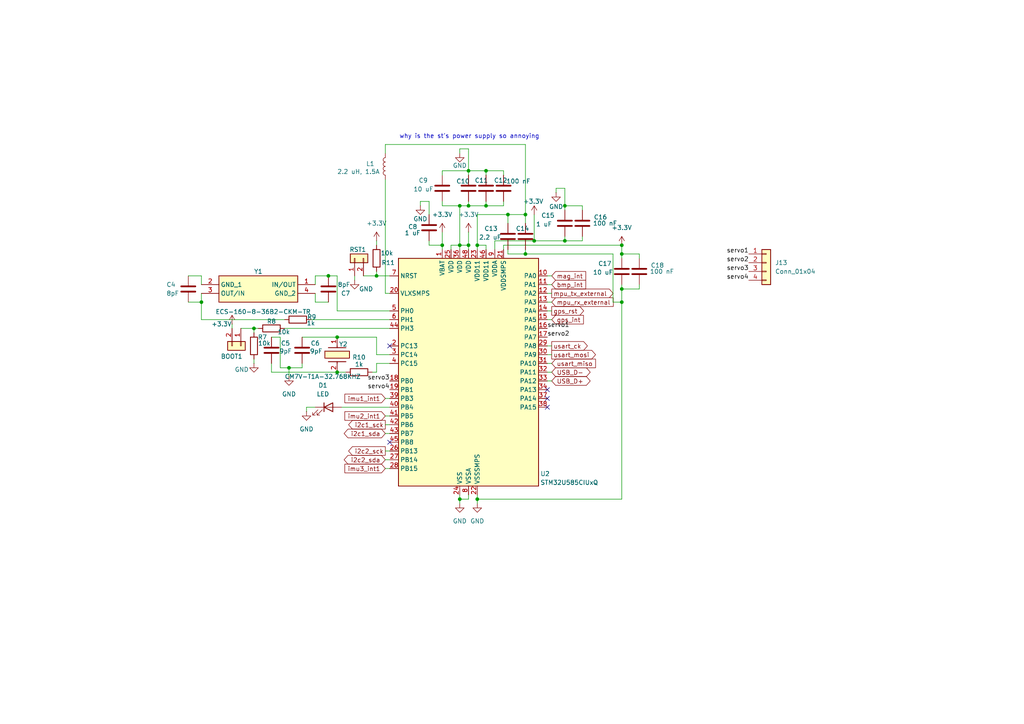
<source format=kicad_sch>
(kicad_sch (version 20250114) (generator "eeschema") (generator_version "9.0")
  (paper "A4")
  (lib_symbols
    (symbol "CM7V-T1A-32_768KHZ-9PF-10PPM-T:CM7V-T1A-32.768KHZ-9PF-10PPM-TA-QC" (pin_names (hide yes))
      (property "Reference" "Y" (at 8.89 6.35 0))
      (property "Value" "CM7V-T1A-32.768KHZ-9PF-10PPM-TA-QC" (at 8.89 3.81 0))
      (symbol "CM7V-T1A-32.768KHZ-9PF-10PPM-TA-QC_1_1"
        (polyline (pts (xy 3.048 2.54) (xy 3.048 -2.54)) (stroke (width 0.254)))
        (polyline (pts (xy 3.048 0) (xy 2.54 0)) (stroke (width 0.254)))
        (rectangle (start 4.064 3.556) (end 6.096 -3.556) (stroke (width 0.254)) (fill (type background)))
        (polyline (pts (xy 7.112 2.54) (xy 7.112 -2.54)) (stroke (width 0.254)))
        (polyline (pts (xy 7.112 0) (xy 7.62 0)) (stroke (width 0.254)))
        (pin passive line (at 0 0 0) (length 2.54) (name "1") (number "1"))
        (pin passive line (at 10.16 0 180) (length 2.54) (name "2") (number "2"))
      )
    )
    (symbol "Connector_Generic:Conn_01x02" (pin_names (offset 1.016) (hide yes))
      (property "Reference" "J" (at 0 2.54 0))
      (property "Value" "Conn_01x02" (at 0 -5.08 0))
      (symbol "Conn_01x02_1_1"
        (rectangle (start -1.27 1.27) (end 1.27 -3.81) (stroke (width 0.254)) (fill (type background)))
        (rectangle (start -1.27 0.127) (end 0 -0.127) (stroke (width 0.1524)))
        (rectangle (start -1.27 -2.413) (end 0 -2.667) (stroke (width 0.1524)))
        (pin passive line (at -5.08 0 0) (length 3.81) (name "Pin_1") (number "1"))
        (pin passive line (at -5.08 -2.54 0) (length 3.81) (name "Pin_2") (number "2"))
      )
    )
    (symbol "Connector_Generic:Conn_01x04" (pin_names (offset 1.016) (hide yes))
      (property "Reference" "J" (at 0 5.08 0))
      (property "Value" "Conn_01x04" (at 0 -7.62 0))
      (symbol "Conn_01x04_1_1"
        (rectangle (start -1.27 3.81) (end 1.27 -6.35) (stroke (width 0.254)) (fill (type background)))
        (rectangle (start -1.27 2.667) (end 0 2.413) (stroke (width 0.1524)))
        (rectangle (start -1.27 0.127) (end 0 -0.127) (stroke (width 0.1524)))
        (rectangle (start -1.27 -2.413) (end 0 -2.667) (stroke (width 0.1524)))
        (rectangle (start -1.27 -4.953) (end 0 -5.207) (stroke (width 0.1524)))
        (pin passive line (at -5.08 2.54 0) (length 3.81) (name "Pin_1") (number "1"))
        (pin passive line (at -5.08 0 0) (length 3.81) (name "Pin_2") (number "2"))
        (pin passive line (at -5.08 -2.54 0) (length 3.81) (name "Pin_3") (number "3"))
        (pin passive line (at -5.08 -5.08 0) (length 3.81) (name "Pin_4") (number "4"))
      )
    )
    (symbol "Device:C" (pin_numbers (hide yes)) (pin_names (offset 0.254))
      (property "Reference" "C" (at 0.635 2.54 0))
      (property "Value" "C" (at 0.635 -2.54 0))
      (symbol "C_0_1"
        (polyline (pts (xy -2.032 0.762) (xy 2.032 0.762)) (stroke (width 0.508)))
        (polyline (pts (xy -2.032 -0.762) (xy 2.032 -0.762)) (stroke (width 0.508)))
      )
      (symbol "C_1_1"
        (pin passive line (at 0 3.81 270) (length 2.794) (name "~") (number "1"))
        (pin passive line (at 0 -3.81 90) (length 2.794) (name "~") (number "2"))
      )
    )
    (symbol "Device:L" (pin_numbers (hide yes)) (pin_names (offset 1.016) (hide yes))
      (property "Reference" "L" (at -1.27 0 90))
      (property "Value" "L" (at 1.905 0 90))
      (symbol "L_0_1"
        (arc (start 0 2.54) (mid 0.6323 1.905) (end 0 1.27))
        (arc (start 0 1.27) (mid 0.6323 0.635) (end 0 0))
        (arc (start 0 0) (mid 0.6323 -0.635) (end 0 -1.27))
        (arc (start 0 -1.27) (mid 0.6323 -1.905) (end 0 -2.54))
      )
      (symbol "L_1_1"
        (pin passive line (at 0 3.81 270) (length 1.27) (name "1") (number "1"))
        (pin passive line (at 0 -3.81 90) (length 1.27) (name "2") (number "2"))
      )
    )
    (symbol "Device:LED" (pin_numbers (hide yes)) (pin_names (offset 1.016) (hide yes))
      (property "Reference" "D" (at 0 2.54 0))
      (property "Value" "LED" (at 0 -2.54 0))
      (symbol "LED_0_1"
        (polyline (pts (xy -3.048 -0.762) (xy -4.572 -2.286) (xy -3.81 -2.286) (xy -4.572 -2.286) (xy -4.572 -1.524)))
        (polyline (pts (xy -1.778 -0.762) (xy -3.302 -2.286) (xy -2.54 -2.286) (xy -3.302 -2.286) (xy -3.302 -1.524)))
        (polyline (pts (xy -1.27 0) (xy 1.27 0)))
        (polyline (pts (xy -1.27 -1.27) (xy -1.27 1.27)) (stroke (width 0.254)))
        (polyline (pts (xy 1.27 -1.27) (xy 1.27 1.27) (xy -1.27 0) (xy 1.27 -1.27)) (stroke (width 0.254)))
      )
      (symbol "LED_1_1"
        (pin passive line (at -3.81 0 0) (length 2.54) (name "K") (number "1"))
        (pin passive line (at 3.81 0 180) (length 2.54) (name "A") (number "2"))
      )
    )
    (symbol "Device:R" (pin_numbers (hide yes)) (pin_names (offset 0))
      (property "Reference" "R" (at 2.032 0 90))
      (property "Value" "R" (at 0 0 90))
      (symbol "R_0_1"
        (rectangle (start -1.016 -2.54) (end 1.016 2.54) (stroke (width 0.254)))
      )
      (symbol "R_1_1"
        (pin passive line (at 0 3.81 270) (length 1.27) (name "~") (number "1"))
        (pin passive line (at 0 -3.81 90) (length 1.27) (name "~") (number "2"))
      )
    )
    (symbol "ECS-160-8-36B2-CKM-TR:ECS-160-8-36B2-CKM-TR"
      (property "Reference" "Y" (at 29.21 7.62 0))
      (property "Value" "ECS-160-8-36B2-CKM-TR" (at 29.21 5.08 0))
      (symbol "ECS-160-8-36B2-CKM-TR_1_1"
        (rectangle (start 5.08 2.54) (end 27.94 -5.08) (stroke (width 0.254)) (fill (type background)))
        (pin passive line (at 0 0 0) (length 5.08) (name "GND_2") (number "4"))
        (pin passive line (at 0 -2.54 0) (length 5.08) (name "IN/OUT") (number "1"))
        (pin passive line (at 33.02 0 180) (length 5.08) (name "OUT/IN") (number "3"))
        (pin passive line (at 33.02 -2.54 180) (length 5.08) (name "GND_1") (number "2"))
      )
    )
    (symbol "MCU_ST_STM32U5:STM32U585CIUxQ"
      (property "Reference" "U" (at -20.32 34.29 0))
      (property "Value" "STM32U585CIUxQ" (at 12.7 34.29 0))
      (symbol "STM32U585CIUxQ_0_1"
        (rectangle (start -20.32 -33.02) (end 20.32 33.02) (stroke (width 0.254)) (fill (type background)))
      )
      (symbol "STM32U585CIUxQ_1_1"
        (pin input line (at -22.86 27.94 0) (length 2.54) (name "NRST") (number "7"))
        (pin power_in line (at -22.86 22.86 0) (length 2.54) (name "VLXSMPS") (number "20"))
        (pin bidirectional line (at -22.86 17.78 0) (length 2.54) (name "PH0") (number "5"))
        (pin bidirectional line (at -22.86 15.24 0) (length 2.54) (name "PH1") (number "6"))
        (pin bidirectional line (at -22.86 12.7 0) (length 2.54) (name "PH3") (number "44"))
        (pin bidirectional line (at -22.86 7.62 0) (length 2.54) (name "PC13") (number "2"))
        (pin bidirectional line (at -22.86 5.08 0) (length 2.54) (name "PC14") (number "3"))
        (pin bidirectional line (at -22.86 2.54 0) (length 2.54) (name "PC15") (number "4"))
        (pin bidirectional line (at -22.86 -2.54 0) (length 2.54) (name "PB0") (number "18"))
        (pin bidirectional line (at -22.86 -5.08 0) (length 2.54) (name "PB1") (number "19"))
        (pin bidirectional line (at -22.86 -7.62 0) (length 2.54) (name "PB3") (number "39"))
        (pin bidirectional line (at -22.86 -10.16 0) (length 2.54) (name "PB4") (number "40"))
        (pin bidirectional line (at -22.86 -12.7 0) (length 2.54) (name "PB5") (number "41"))
        (pin bidirectional line (at -22.86 -15.24 0) (length 2.54) (name "PB6") (number "42"))
        (pin bidirectional line (at -22.86 -17.78 0) (length 2.54) (name "PB7") (number "43"))
        (pin bidirectional line (at -22.86 -20.32 0) (length 2.54) (name "PB8") (number "45"))
        (pin bidirectional line (at -22.86 -22.86 0) (length 2.54) (name "PB13") (number "26"))
        (pin bidirectional line (at -22.86 -25.4 0) (length 2.54) (name "PB14") (number "27"))
        (pin bidirectional line (at -22.86 -27.94 0) (length 2.54) (name "PB15") (number "28"))
        (pin power_in line (at -7.62 35.56 270) (length 2.54) (name "VBAT") (number "1"))
        (pin power_in line (at -5.08 35.56 270) (length 2.54) (name "VDD") (number "25"))
        (pin power_in line (at -2.54 35.56 270) (length 2.54) (name "VDD") (number "36"))
        (pin power_in line (at -2.54 -35.56 90) (length 2.54) (name "VSS") (number "24"))
        (pin passive line (at -2.54 -35.56 90) (length 2.54) (hide yes) (name "VSS") (number "35"))
        (pin passive line (at -2.54 -35.56 90) (length 2.54) (hide yes) (name "VSS") (number "47"))
        (pin passive line (at -2.54 -35.56 90) (length 2.54) (hide yes) (name "VSS") (number "49"))
        (pin power_in line (at 0 35.56 270) (length 2.54) (name "VDD") (number "48"))
        (pin power_in line (at 0 -35.56 90) (length 2.54) (name "VSSA") (number "8"))
        (pin power_in line (at 2.54 35.56 270) (length 2.54) (name "VDD11") (number "23"))
        (pin power_in line (at 2.54 -35.56 90) (length 2.54) (name "VSSSMPS") (number "22"))
        (pin power_in line (at 5.08 35.56 270) (length 2.54) (name "VDD11") (number "46"))
        (pin power_in line (at 7.62 35.56 270) (length 2.54) (name "VDDA") (number "9"))
        (pin power_in line (at 10.16 35.56 270) (length 2.54) (name "VDDSMPS") (number "21"))
        (pin bidirectional line (at 22.86 27.94 180) (length 2.54) (name "PA0") (number "10"))
        (pin bidirectional line (at 22.86 25.4 180) (length 2.54) (name "PA1") (number "11"))
        (pin bidirectional line (at 22.86 22.86 180) (length 2.54) (name "PA2") (number "12"))
        (pin bidirectional line (at 22.86 20.32 180) (length 2.54) (name "PA3") (number "13"))
        (pin bidirectional line (at 22.86 17.78 180) (length 2.54) (name "PA4") (number "14"))
        (pin bidirectional line (at 22.86 15.24 180) (length 2.54) (name "PA5") (number "15"))
        (pin bidirectional line (at 22.86 12.7 180) (length 2.54) (name "PA6") (number "16"))
        (pin bidirectional line (at 22.86 10.16 180) (length 2.54) (name "PA7") (number "17"))
        (pin bidirectional line (at 22.86 7.62 180) (length 2.54) (name "PA8") (number "29"))
        (pin bidirectional line (at 22.86 5.08 180) (length 2.54) (name "PA9") (number "30"))
        (pin bidirectional line (at 22.86 2.54 180) (length 2.54) (name "PA10") (number "31"))
        (pin bidirectional line (at 22.86 0 180) (length 2.54) (name "PA11") (number "32"))
        (pin bidirectional line (at 22.86 -2.54 180) (length 2.54) (name "PA12") (number "33"))
        (pin bidirectional line (at 22.86 -5.08 180) (length 2.54) (name "PA13") (number "34"))
        (pin bidirectional line (at 22.86 -7.62 180) (length 2.54) (name "PA14") (number "37"))
        (pin bidirectional line (at 22.86 -10.16 180) (length 2.54) (name "PA15") (number "38"))
      )
    )
    (symbol "power:+3.3V" (power) (pin_numbers (hide yes)) (pin_names (offset 0) (hide yes))
      (property "Value" "+3.3V" (at 0 3.556 0))
      (symbol "+3.3V_0_1"
        (polyline (pts (xy -0.762 1.27) (xy 0 2.54)))
        (polyline (pts (xy 0 2.54) (xy 0.762 1.27)))
        (polyline (pts (xy 0 0) (xy 0 2.54)))
      )
      (symbol "+3.3V_1_1"
        (pin power_in line (at 0 0 90) (length 0) (name "~") (number "1"))
      )
    )
    (symbol "power:GND" (power) (pin_numbers (hide yes)) (pin_names (offset 0) (hide yes))
      (property "Value" "GND" (at 0 -3.81 0))
      (symbol "GND_0_1"
        (polyline (pts (xy 0 0) (xy 0 -1.27) (xy 1.27 -1.27) (xy 0 -2.54) (xy -1.27 -1.27) (xy 0 -1.27)))
      )
      (symbol "GND_1_1"
        (pin power_in line (at 0 0 270) (length 0) (name "~") (number "1"))
      )
    )
  )
  (text "why is the st's power supply so annoying" (at 136.144 39.624 0) (effects (font (size 1.27 1.27))))
  (junction (at 140.97 49.53))
  (junction (at 97.79 107.95))
  (junction (at 135.89 59.69))
  (junction (at 133.35 59.69))
  (junction (at 163.83 59.69))
  (junction (at 154.94 69.85))
  (junction (at 97.79 97.79))
  (junction (at 135.89 71.12))
  (junction (at 138.43 71.12))
  (junction (at 73.66 95.25))
  (junction (at 180.34 87.63))
  (junction (at 180.34 73.66))
  (junction (at 109.22 80.01))
  (junction (at 138.43 144.78))
  (junction (at 147.32 62.23))
  (junction (at 128.27 71.12))
  (junction (at 58.42 87.63))
  (junction (at 83.82 106.68))
  (junction (at 133.35 71.12))
  (junction (at 95.25 80.01))
  (junction (at 140.97 59.69))
  (junction (at 180.34 83.82))
  (junction (at 135.89 49.53))
  (junction (at 180.34 71.12))
  (junction (at 133.35 144.78))
  (junction (at 163.83 69.85))
  (junction (at 152.4 73.66))
  (junction (at 152.4 62.23))
  (no_connect (at 158.75 113.03))
  (no_connect (at 158.75 118.11))
  (no_connect (at 158.75 115.57))
  (no_connect (at 113.03 128.27))
  (no_connect (at 113.03 100.33))
  (wire (pts (xy 58.42 80.01) (xy 58.42 82.55)))
  (wire (pts (xy 111.76 115.57) (xy 113.03 115.57)))
  (wire (pts (xy 124.46 69.85) (xy 124.46 71.12)))
  (wire (pts (xy 58.42 92.71) (xy 82.55 92.71)))
  (wire (pts (xy 109.22 69.85) (xy 109.22 71.12)))
  (wire (pts (xy 111.76 120.65) (xy 113.03 120.65)))
  (wire (pts (xy 90.17 92.71) (xy 113.03 92.71)))
  (wire (pts (xy 140.97 49.53) (xy 146.05 49.53)))
  (wire (pts (xy 78.74 107.95) (xy 97.79 107.95)))
  (wire (pts (xy 138.43 143.51) (xy 138.43 144.78)))
  (wire (pts (xy 83.82 106.68) (xy 87.63 106.68)))
  (wire (pts (xy 111.76 44.45) (xy 111.76 41.91)))
  (wire (pts (xy 88.9 119.38) (xy 88.9 118.11)))
  (wire (pts (xy 163.83 69.85) (xy 168.91 69.85)))
  (wire (pts (xy 135.89 59.69) (xy 135.89 58.42)))
  (wire (pts (xy 87.63 97.79) (xy 97.79 97.79)))
  (wire (pts (xy 152.4 73.66) (xy 152.4 72.39)))
  (wire (pts (xy 185.42 74.93) (xy 185.42 73.66)))
  (wire (pts (xy 146.05 71.12) (xy 146.05 72.39)))
  (wire (pts (xy 121.92 59.69) (xy 121.92 58.42)))
  (wire (pts (xy 111.76 123.19) (xy 113.03 123.19)))
  (wire (pts (xy 109.22 97.79) (xy 109.22 102.87)))
  (wire (pts (xy 168.91 69.85) (xy 168.91 68.58)))
  (wire (pts (xy 111.76 133.35) (xy 113.03 133.35)))
  (wire (pts (xy 128.27 49.53) (xy 135.89 49.53)))
  (wire (pts (xy 158.75 102.87) (xy 160.02 102.87)))
  (wire (pts (xy 91.44 80.01) (xy 95.25 80.01)))
  (wire (pts (xy 133.35 59.69) (xy 133.35 71.12)))
  (wire (pts (xy 95.25 80.01) (xy 97.79 80.01)))
  (wire (pts (xy 99.06 118.11) (xy 113.03 118.11)))
  (wire (pts (xy 109.22 80.01) (xy 113.03 80.01)))
  (wire (pts (xy 180.34 73.66) (xy 180.34 74.93)))
  (wire (pts (xy 147.32 64.77) (xy 147.32 62.23)))
  (wire (pts (xy 73.66 95.25) (xy 74.93 95.25)))
  (wire (pts (xy 138.43 144.78) (xy 138.43 146.05)))
  (wire (pts (xy 158.75 107.95) (xy 160.02 107.95)))
  (wire (pts (xy 158.75 85.09) (xy 160.02 85.09)))
  (wire (pts (xy 111.76 135.89) (xy 113.03 135.89)))
  (wire (pts (xy 152.4 41.91) (xy 152.4 62.23)))
  (wire (pts (xy 87.63 105.41) (xy 87.63 106.68)))
  (wire (pts (xy 146.05 49.53) (xy 146.05 50.8)))
  (wire (pts (xy 109.22 107.95) (xy 109.22 105.41)))
  (wire (pts (xy 109.22 102.87) (xy 113.03 102.87)))
  (wire (pts (xy 180.34 83.82) (xy 185.42 83.82)))
  (wire (pts (xy 133.35 143.51) (xy 133.35 144.78)))
  (wire (pts (xy 138.43 144.78) (xy 180.34 144.78)))
  (wire (pts (xy 97.79 80.01) (xy 97.79 90.17)))
  (wire (pts (xy 152.4 62.23) (xy 152.4 64.77)))
  (wire (pts (xy 163.83 69.85) (xy 163.83 68.58)))
  (wire (pts (xy 180.34 87.63) (xy 180.34 144.78)))
  (wire (pts (xy 128.27 50.8) (xy 128.27 49.53)))
  (wire (pts (xy 83.82 106.68) (xy 83.82 109.22)))
  (wire (pts (xy 109.22 78.74) (xy 109.22 80.01)))
  (wire (pts (xy 138.43 72.39) (xy 138.43 71.12)))
  (wire (pts (xy 161.29 54.61) (xy 163.83 54.61)))
  (wire (pts (xy 138.43 62.23) (xy 147.32 62.23)))
  (wire (pts (xy 102.87 80.01) (xy 102.87 81.28)))
  (wire (pts (xy 73.66 104.14) (xy 73.66 105.41)))
  (wire (pts (xy 143.51 72.39) (xy 143.51 69.85)))
  (wire (pts (xy 109.22 105.41) (xy 113.03 105.41)))
  (wire (pts (xy 140.97 59.69) (xy 140.97 58.42)))
  (wire (pts (xy 180.34 71.12) (xy 180.34 73.66)))
  (wire (pts (xy 97.79 97.79) (xy 109.22 97.79)))
  (wire (pts (xy 97.79 90.17) (xy 113.03 90.17)))
  (wire (pts (xy 180.34 83.82) (xy 180.34 87.63)))
  (wire (pts (xy 121.92 58.42) (xy 124.46 58.42)))
  (wire (pts (xy 135.89 59.69) (xy 140.97 59.69)))
  (wire (pts (xy 140.97 59.69) (xy 146.05 59.69)))
  (wire (pts (xy 111.76 85.09) (xy 113.03 85.09)))
  (wire (pts (xy 185.42 82.55) (xy 185.42 83.82)))
  (wire (pts (xy 133.35 144.78) (xy 135.89 144.78)))
  (wire (pts (xy 147.32 73.66) (xy 152.4 73.66)))
  (wire (pts (xy 152.4 73.66) (xy 177.8 73.66)))
  (wire (pts (xy 135.89 49.53) (xy 135.89 50.8)))
  (wire (pts (xy 130.81 72.39) (xy 130.81 71.12)))
  (wire (pts (xy 163.83 60.96) (xy 163.83 59.69)))
  (wire (pts (xy 54.61 87.63) (xy 58.42 87.63)))
  (wire (pts (xy 91.44 80.01) (xy 91.44 82.55)))
  (wire (pts (xy 138.43 71.12) (xy 140.97 71.12)))
  (wire (pts (xy 111.76 125.73) (xy 113.03 125.73)))
  (wire (pts (xy 158.75 87.63) (xy 160.02 87.63)))
  (wire (pts (xy 82.55 95.25) (xy 113.03 95.25)))
  (wire (pts (xy 163.83 59.69) (xy 168.91 59.69)))
  (wire (pts (xy 105.41 80.01) (xy 109.22 80.01)))
  (wire (pts (xy 185.42 73.66) (xy 180.34 73.66)))
  (wire (pts (xy 147.32 72.39) (xy 147.32 73.66)))
  (wire (pts (xy 180.34 82.55) (xy 180.34 83.82)))
  (wire (pts (xy 147.32 62.23) (xy 152.4 62.23)))
  (wire (pts (xy 161.29 55.88) (xy 161.29 54.61)))
  (wire (pts (xy 78.74 97.79) (xy 81.28 97.79)))
  (wire (pts (xy 146.05 71.12) (xy 180.34 71.12)))
  (wire (pts (xy 133.35 146.05) (xy 133.35 144.78)))
  (wire (pts (xy 73.66 95.25) (xy 73.66 96.52)))
  (wire (pts (xy 133.35 72.39) (xy 133.35 71.12)))
  (wire (pts (xy 111.76 41.91) (xy 152.4 41.91)))
  (wire (pts (xy 177.8 87.63) (xy 180.34 87.63)))
  (wire (pts (xy 158.75 110.49) (xy 160.02 110.49)))
  (wire (pts (xy 135.89 71.12) (xy 135.89 72.39)))
  (wire (pts (xy 78.74 105.41) (xy 78.74 107.95)))
  (wire (pts (xy 160.02 90.17) (xy 158.75 90.17)))
  (wire (pts (xy 81.28 106.68) (xy 83.82 106.68)))
  (wire (pts (xy 133.35 44.45) (xy 133.35 43.18)))
  (wire (pts (xy 128.27 58.42) (xy 128.27 59.69)))
  (wire (pts (xy 69.85 95.25) (xy 73.66 95.25)))
  (wire (pts (xy 154.94 69.85) (xy 163.83 69.85)))
  (wire (pts (xy 88.9 118.11) (xy 91.44 118.11)))
  (wire (pts (xy 135.89 143.51) (xy 135.89 144.78)))
  (wire (pts (xy 97.79 107.95) (xy 100.33 107.95)))
  (wire (pts (xy 133.35 59.69) (xy 135.89 59.69)))
  (wire (pts (xy 111.76 52.07) (xy 111.76 85.09)))
  (wire (pts (xy 130.81 71.12) (xy 133.35 71.12)))
  (wire (pts (xy 58.42 87.63) (xy 58.42 92.71)))
  (wire (pts (xy 107.95 107.95) (xy 109.22 107.95)))
  (wire (pts (xy 154.94 62.23) (xy 154.94 69.85)))
  (wire (pts (xy 160.02 82.55) (xy 158.75 82.55)))
  (wire (pts (xy 177.8 73.66) (xy 177.8 87.63)))
  (wire (pts (xy 140.97 71.12) (xy 140.97 72.39)))
  (wire (pts (xy 124.46 58.42) (xy 124.46 62.23)))
  (wire (pts (xy 143.51 69.85) (xy 154.94 69.85)))
  (wire (pts (xy 58.42 87.63) (xy 58.42 85.09)))
  (wire (pts (xy 146.05 59.69) (xy 146.05 58.42)))
  (wire (pts (xy 140.97 49.53) (xy 140.97 50.8)))
  (wire (pts (xy 158.75 105.41) (xy 160.02 105.41)))
  (wire (pts (xy 138.43 71.12) (xy 138.43 62.23)))
  (wire (pts (xy 133.35 43.18) (xy 135.89 43.18)))
  (wire (pts (xy 67.31 93.98) (xy 67.31 95.25)))
  (wire (pts (xy 128.27 71.12) (xy 128.27 72.39)))
  (wire (pts (xy 158.75 100.33) (xy 160.02 100.33)))
  (wire (pts (xy 111.76 130.81) (xy 113.03 130.81)))
  (wire (pts (xy 160.02 80.01) (xy 158.75 80.01)))
  (wire (pts (xy 128.27 59.69) (xy 133.35 59.69)))
  (wire (pts (xy 163.83 54.61) (xy 163.83 59.69)))
  (wire (pts (xy 128.27 67.31) (xy 128.27 71.12)))
  (wire (pts (xy 91.44 87.63) (xy 91.44 85.09)))
  (wire (pts (xy 54.61 80.01) (xy 58.42 80.01)))
  (wire (pts (xy 135.89 49.53) (xy 140.97 49.53)))
  (wire (pts (xy 135.89 43.18) (xy 135.89 49.53)))
  (wire (pts (xy 160.02 92.71) (xy 158.75 92.71)))
  (wire (pts (xy 81.28 97.79) (xy 81.28 106.68)))
  (wire (pts (xy 168.91 59.69) (xy 168.91 60.96)))
  (wire (pts (xy 91.44 87.63) (xy 95.25 87.63)))
  (wire (pts (xy 135.89 67.31) (xy 135.89 71.12)))
  (wire (pts (xy 124.46 71.12) (xy 128.27 71.12)))
  (wire (pts (xy 133.35 71.12) (xy 135.89 71.12)))
  (label "servo1" (at 217.17 73.66 180))
  (label "servo4" (at 217.17 81.28 180))
  (label "servo2" (at 158.75 97.79 0))
  (label "servo3" (at 217.17 78.74 180))
  (label "servo3" (at 113.03 110.49 180))
  (label "servo1" (at 158.75 95.25 0))
  (label "servo2" (at 217.17 76.2 180))
  (label "servo4" (at 113.03 113.03 180))
  (global_label "usart_miso" (shape input) (at 160.02 105.41 0) (property "Intersheetrefs" "${INTERSHEET_REFS}" (effects (hide yes))))
  (global_label "i2c1_sck" (shape output) (at 111.76 123.19 180) (property "Intersheetrefs" "${INTERSHEET_REFS}" (effects (hide yes))))
  (global_label "usart_ck" (shape output) (at 160.02 100.33 0) (property "Intersheetrefs" "${INTERSHEET_REFS}" (effects (hide yes))))
  (global_label "mpu_tx_external" (shape output) (at 160.02 85.09 0) (property "Intersheetrefs" "${INTERSHEET_REFS}" (effects (hide yes))))
  (global_label "i2c1_sda" (shape bidirectional) (at 111.76 125.73 180) (property "Intersheetrefs" "${INTERSHEET_REFS}" (effects (hide yes))))
  (global_label "USB_D-" (shape bidirectional) (at 160.02 107.95 0) (property "Intersheetrefs" "${INTERSHEET_REFS}" (effects (hide yes))))
  (global_label "i2c2_sck" (shape output) (at 111.76 130.81 180) (property "Intersheetrefs" "${INTERSHEET_REFS}" (effects (hide yes))))
  (global_label "gps_rst" (shape output) (at 160.02 90.17 0) (property "Intersheetrefs" "${INTERSHEET_REFS}" (effects (hide yes))))
  (global_label "i2c2_sda" (shape bidirectional) (at 111.76 133.35 180) (property "Intersheetrefs" "${INTERSHEET_REFS}" (effects (hide yes))))
  (global_label "imu2_int1" (shape input) (at 111.76 120.65 180) (property "Intersheetrefs" "${INTERSHEET_REFS}" (effects (hide yes))))
  (global_label "mpu_rx_external" (shape input) (at 160.02 87.63 0) (property "Intersheetrefs" "${INTERSHEET_REFS}" (effects (hide yes))))
  (global_label "imu1_int1" (shape input) (at 111.76 115.57 180) (property "Intersheetrefs" "${INTERSHEET_REFS}" (effects (hide yes))))
  (global_label "USB_D+" (shape bidirectional) (at 160.02 110.49 0) (property "Intersheetrefs" "${INTERSHEET_REFS}" (effects (hide yes))))
  (global_label "usart_mosi" (shape output) (at 160.02 102.87 0) (property "Intersheetrefs" "${INTERSHEET_REFS}" (effects (hide yes))))
  (global_label "mag_int" (shape input) (at 160.02 80.01 0) (property "Intersheetrefs" "${INTERSHEET_REFS}" (effects (hide yes))))
  (global_label "imu3_int1" (shape input) (at 111.76 135.89 180) (property "Intersheetrefs" "${INTERSHEET_REFS}" (effects (hide yes))))
  (global_label "gps_int" (shape input) (at 160.02 92.71 0) (property "Intersheetrefs" "${INTERSHEET_REFS}" (effects (hide yes))))
  (global_label "bmp_int" (shape input) (at 160.02 82.55 0) (property "Intersheetrefs" "${INTERSHEET_REFS}" (effects (hide yes))))
  (symbol (lib_id "Device:LED") (at 95.25 118.11 0) (unit 1)
    (property "Reference" "D1" (at 93.6625 111.76 0))
    (property "Value" "LED" (at 93.6625 114.3 0))
    (property "Description" "Light emitting diode" (effects (hide yes)))
    (property "Sim.Pins" "1=K 2=A" (effects (hide yes)))
  )
  (symbol (lib_id "power:GND") (at 133.35 146.05 0) (unit 1)
    (property "Reference" "#PWR024" (effects (hide yes)))
    (property "Value" "GND" (at 133.35 151.13 0))
    (property "Description" "Power symbol creates a global label with name \"GND\" , ground" (effects (hide yes)))
  )
  (symbol (lib_id "Device:C") (at 124.46 66.04 0) (unit 1)
    (property "Reference" "C8" (at 118.364 65.786 0) (effects (justify left)))
    (property "Value" "1 uF" (at 117.348 67.564 0) (effects (justify left)))
    (property "Footprint" "Capacitor_SMD:C_0603_1608Metric" (effects (hide yes)))
    (property "Description" "Unpolarized capacitor" (effects (hide yes)))
  )
  (symbol (lib_id "Device:C") (at 147.32 68.58 0) (unit 1)
    (property "Reference" "C13" (at 140.462 66.294 0) (effects (justify left)))
    (property "Value" "2.2 uF" (at 138.938 68.834 0) (effects (justify left)))
    (property "Footprint" "Capacitor_SMD:C_0603_1608Metric" (effects (hide yes)))
    (property "Description" "Unpolarized capacitor" (effects (hide yes)))
  )
  (symbol (lib_id "Device:C") (at 54.61 83.82 180) (unit 1)
    (property "Reference" "C4" (at 48.26 82.55 0) (effects (justify right)))
    (property "Value" "8pF" (at 48.26 85.09 0) (effects (justify right)))
    (property "Footprint" "Capacitor_SMD:C_0402_1005Metric" (effects (hide yes)))
    (property "Description" "Unpolarized capacitor" (effects (hide yes)))
  )
  (symbol (lib_id "power:GND") (at 88.9 119.38 0) (unit 1)
    (property "Reference" "#PWR0116" (effects (hide yes)))
    (property "Value" "GND" (at 88.9 124.46 0))
    (property "Description" "Power symbol creates a global label with name \"GND\" , ground" (effects (hide yes)))
  )
  (symbol (lib_id "Device:R") (at 86.36 92.71 90) (unit 1)
    (property "Reference" "R9" (at 90.424 91.948 90))
    (property "Value" "1k" (at 90.17 93.726 90))
    (property "Footprint" "Resistor_SMD:R_0402_1005Metric" (effects (hide yes)))
    (property "Description" "Resistor" (effects (hide yes)))
  )
  (symbol (lib_id "power:+3.3V") (at 135.89 67.31 0) (unit 1)
    (property "Reference" "#PWR025" (effects (hide yes)))
    (property "Value" "+3.3V" (at 135.89 62.23 0))
    (property "Description" "Power symbol creates a global label with name \"+3.3V\"" (effects (hide yes)))
  )
  (symbol (lib_id "Device:C") (at 135.89 54.61 0) (unit 1)
    (property "Reference" "C10" (at 132.334 52.578 0) (effects (justify left)))
    (property "Value" "100 nF" (at 146.812 52.578 0) (effects (justify left)))
    (property "Footprint" "Capacitor_SMD:C_0402_1005Metric" (effects (hide yes)))
    (property "Description" "Unpolarized capacitor" (effects (hide yes)))
  )
  (symbol (lib_id "power:GND") (at 121.92 59.69 0) (unit 1)
    (property "Reference" "#PWR021" (effects (hide yes)))
    (property "Value" "GND" (at 121.92 63.5 0))
    (property "Description" "Power symbol creates a global label with name \"GND\" , ground" (effects (hide yes)))
  )
  (symbol (lib_id "power:GND") (at 138.43 146.05 0) (unit 1)
    (property "Reference" "#PWR026" (effects (hide yes)))
    (property "Value" "GND" (at 138.43 151.13 0))
    (property "Description" "Power symbol creates a global label with name \"GND\" , ground" (effects (hide yes)))
  )
  (symbol (lib_id "Device:C") (at 128.27 54.61 0) (unit 1)
    (property "Reference" "C9" (at 121.412 52.324 0) (effects (justify left)))
    (property "Value" "10 uF" (at 119.888 54.864 0) (effects (justify left)))
    (property "Footprint" "Capacitor_SMD:C_0603_1608Metric" (effects (hide yes)))
    (property "Description" "Unpolarized capacitor" (effects (hide yes)))
  )
  (symbol (lib_id "Device:R") (at 78.74 95.25 90) (unit 1)
    (property "Reference" "R8" (at 78.74 93.218 90))
    (property "Value" "10k" (at 82.296 96.266 90))
    (property "Footprint" "Resistor_SMD:R_0402_1005Metric" (effects (hide yes)))
    (property "Description" "Resistor" (effects (hide yes)))
  )
  (symbol (lib_id "power:+3.3V") (at 109.22 69.85 0) (unit 1)
    (property "Reference" "#PWR020" (effects (hide yes)))
    (property "Value" "+3.3V" (at 109.22 64.77 0))
    (property "Description" "Power symbol creates a global label with name \"+3.3V\"" (effects (hide yes)))
  )
  (symbol (lib_id "Device:C") (at 185.42 78.74 0) (unit 1)
    (property "Reference" "C18" (at 188.722 76.962 0) (effects (justify left)))
    (property "Value" "100 nF" (at 188.468 78.74 0) (effects (justify left)))
    (property "Footprint" "Capacitor_SMD:C_0402_1005Metric" (effects (hide yes)))
    (property "Description" "Unpolarized capacitor" (effects (hide yes)))
  )
  (symbol (lib_id "Connector_Generic:Conn_01x04") (at 222.25 76.2 0) (unit 1)
    (property "Reference" "J13" (at 224.79 76.1999 0) (effects (justify left)))
    (property "Value" "Conn_01x04" (at 224.79 78.7399 0) (effects (justify left)))
    (property "Footprint" "TerminalBlock:TerminalBlock_Xinya_XY308-2.54-4P_1x04_P2.54mm_Horizontal" (effects (hide yes)))
    (property "Description" "Generic connector, single row, 01x04, script generated (kicad-library-utils/schlib/autogen/connector/)" (effects (hide yes)))
  )
  (symbol (lib_id "Connector_Generic:Conn_01x02") (at 102.87 74.93 90) (unit 1)
    (property "Reference" "RST1" (at 101.346 72.39 90) (effects (justify right)))
    (property "Value" "Conn_01x02" (effects (hide yes)))
    (property "Footprint" "Connector_PinHeader_2.54mm:PinHeader_1x02_P2.54mm_Vertical" (effects (hide yes)))
    (property "Description" "Generic connector, single row, 01x02, script generated (kicad-library-utils/schlib/autogen/connector/)" (effects (hide yes)))
  )
  (symbol (lib_id "power:GND") (at 161.29 55.88 0) (unit 1)
    (property "Reference" "#PWR028" (effects (hide yes)))
    (property "Value" "GND" (at 161.29 59.944 0))
    (property "Description" "Power symbol creates a global label with name \"GND\" , ground" (effects (hide yes)))
  )
  (symbol (lib_id "Device:L") (at 111.76 48.26 180) (unit 1)
    (property "Reference" "L1" (at 106.172 47.498 0) (effects (justify right)))
    (property "Value" "2.2 uH, 1.5A" (at 97.79 49.784 0) (effects (justify right)))
    (property "Footprint" "footprints:INDC2520X120N" (effects (hide yes)))
    (property "Description" "Inductor" (effects (hide yes)))
  )
  (symbol (lib_id "Device:C") (at 168.91 64.77 0) (unit 1)
    (property "Reference" "C16" (at 172.212 62.992 0) (effects (justify left)))
    (property "Value" "100 nF" (at 171.958 64.77 0) (effects (justify left)))
    (property "Footprint" "Capacitor_SMD:C_0402_1005Metric" (effects (hide yes)))
    (property "Description" "Unpolarized capacitor" (effects (hide yes)))
  )
  (symbol (lib_id "power:GND") (at 73.66 105.41 0) (unit 1)
    (property "Reference" "#PWR017" (effects (hide yes)))
    (property "Value" "GND" (at 70.104 107.188 0))
    (property "Description" "Power symbol creates a global label with name \"GND\" , ground" (effects (hide yes)))
  )
  (symbol (lib_id "power:+3.3V") (at 154.94 62.23 0) (unit 1)
    (property "Reference" "#PWR027" (effects (hide yes)))
    (property "Value" "+3.3V" (at 154.686 58.42 0))
    (property "Description" "Power symbol creates a global label with name \"+3.3V\"" (effects (hide yes)))
  )
  (symbol (lib_id "power:+3.3V") (at 67.31 93.98 0) (unit 1)
    (property "Reference" "#PWR016" (effects (hide yes)))
    (property "Value" "+3.3V" (at 64.262 93.98 0))
    (property "Description" "Power symbol creates a global label with name \"+3.3V\"" (effects (hide yes)))
  )
  (symbol (lib_id "power:GND") (at 133.35 44.45 0) (unit 1)
    (property "Reference" "#PWR023" (effects (hide yes)))
    (property "Value" "GND" (at 133.35 48.006 0))
    (property "Description" "Power symbol creates a global label with name \"GND\" , ground" (effects (hide yes)))
  )
  (symbol (lib_id "Device:C") (at 140.97 54.61 0) (unit 1)
    (property "Reference" "C11" (at 137.668 52.324 0) (effects (justify left)))
    (property "Value" "100 nF" (effects (hide yes)))
    (property "Footprint" "Capacitor_SMD:C_0402_1005Metric" (effects (hide yes)))
    (property "Description" "Unpolarized capacitor" (effects (hide yes)))
  )
  (symbol (lib_id "Device:C") (at 163.83 64.77 0) (unit 1)
    (property "Reference" "C15" (at 156.972 62.484 0) (effects (justify left)))
    (property "Value" "1 uF" (at 155.448 65.024 0) (effects (justify left)))
    (property "Footprint" "Capacitor_SMD:C_0603_1608Metric" (effects (hide yes)))
    (property "Description" "Unpolarized capacitor" (effects (hide yes)))
  )
  (symbol (lib_id "power:+3.3V") (at 128.27 67.31 0) (unit 1)
    (property "Reference" "#PWR022" (effects (hide yes)))
    (property "Value" "+3.3V" (at 128.27 62.23 0))
    (property "Description" "Power symbol creates a global label with name \"+3.3V\"" (effects (hide yes)))
  )
  (symbol (lib_id "Device:R") (at 104.14 107.95 90) (unit 1)
    (property "Reference" "R10" (at 104.14 103.632 90))
    (property "Value" "1k" (at 104.14 105.664 90))
    (property "Footprint" "Resistor_SMD:R_0402_1005Metric" (effects (hide yes)))
    (property "Description" "Resistor" (effects (hide yes)))
  )
  (symbol (lib_id "Device:C") (at 152.4 68.58 0) (unit 1)
    (property "Reference" "C14" (at 149.606 66.294 0) (effects (justify left)))
    (property "Value" "2.2 uF" (effects (hide yes)))
    (property "Footprint" "Capacitor_SMD:C_0603_1608Metric" (effects (hide yes)))
    (property "Description" "Unpolarized capacitor" (effects (hide yes)))
  )
  (symbol (lib_id "Connector_Generic:Conn_01x02") (at 69.85 100.33 270) (unit 1)
    (property "Reference" "BOOT1" (at 70.358 103.378 90) (effects (justify right)))
    (property "Value" "Conn_01x02" (effects (hide yes)))
    (property "Footprint" "Connector_PinHeader_2.54mm:PinHeader_1x02_P2.54mm_Vertical" (effects (hide yes)))
    (property "Description" "Generic connector, single row, 01x02, script generated (kicad-library-utils/schlib/autogen/connector/)" (effects (hide yes)))
  )
  (symbol (lib_id "power:GND") (at 83.82 109.22 0) (unit 1)
    (property "Reference" "#PWR018" (effects (hide yes)))
    (property "Value" "GND" (at 83.82 114.3 0))
    (property "Description" "Power symbol creates a global label with name \"GND\" , ground" (effects (hide yes)))
  )
  (symbol (lib_id "Device:R") (at 73.66 100.33 180) (unit 1)
    (property "Reference" "R7" (at 77.47 97.79 0) (effects (justify left)))
    (property "Value" "10k" (at 78.486 99.568 0) (effects (justify left)))
    (property "Footprint" "Resistor_SMD:R_0402_1005Metric" (effects (hide yes)))
    (property "Description" "Resistor" (effects (hide yes)))
  )
  (symbol (lib_id "ECS-160-8-36B2-CKM-TR:ECS-160-8-36B2-CKM-TR") (at 91.44 85.09 180) (unit 1)
    (property "Reference" "Y1" (at 73.6599 78.74 0) (effects (justify right)))
    (property "Value" "ECS-160-8-36B2-CKM-TR" (at 62.484 90.424 0) (effects (justify right)))
    (property "Footprint" "footprints:ECS160836B2CKMTR" (effects (hide yes)))
    (property "Datasheet" "https://www.mouser.fr/datasheet/2/122/ECX_2236B2-2400583.pdf" (effects (hide yes)))
    (property "Description" "Crystals 16.000 MHz 8 pF +/-10 +/-10 -20 +70 C +/-2 ppm Max. ESR = 70" (effects (hide yes)))
    (property "Height" "0.6" (effects (hide yes)))
    (property "Mouser Part Number" "520-160-8-36B2-CKMTR" (effects (hide yes)))
    (property "Mouser Price/Stock" "https://www.mouser.co.uk/ProductDetail/ECS/ECS-160-8-36B2-CKM-TR?qs=QNEnbhJQKvaIQPndV3OLHg%3D%3D" (effects (hide yes)))
    (property "Manufacturer_Name" "ECS" (effects (hide yes)))
    (property "Manufacturer_Part_Number" "ECS-160-8-36B2-CKM-TR" (effects (hide yes)))
  )
  (symbol (lib_id "MCU_ST_STM32U5:STM32U585CIUxQ") (at 135.89 107.95 0) (unit 1)
    (property "Reference" "U2" (at 156.718 137.414 0) (effects (justify left)))
    (property "Value" "STM32U585CIUxQ" (at 156.718 139.954 0) (effects (justify left)))
    (property "Footprint" "Package_DFN_QFN:QFN-48-1EP_7x7mm_P0.5mm_EP5.6x5.6mm" (effects (hide yes)))
    (property "Datasheet" "https://www.st.com/resource/en/datasheet/stm32u585ci.pdf" (effects (hide yes)))
    (property "Description" "STMicroelectronics Arm Cortex-M33 MCU, 2048KB flash, 786KB RAM, 160 MHz, 1.71-3.6V, 33 GPIO, UFQFPN48" (effects (hide yes)))
  )
  (symbol (lib_id "CM7V-T1A-32_768KHZ-9PF-10PPM-T:CM7V-T1A-32.768KHZ-9PF-10PPM-TA-QC") (at 97.79 97.79 270) (unit 1)
    (property "Reference" "Y2" (at 98.298 99.822 90) (effects (justify left)))
    (property "Value" "CM7V-T1A-32.768KHZ" (at 82.55 109.22 90) (effects (justify left)))
    (property "Footprint" "footprints:CM7V32768TBQA020" (effects (hide yes)))
    (property "Datasheet" "https://www.microcrystal.com/fileadmin/Media/Products/32kHz/Datasheet/CM7V-T1A.pdf" (effects (hide yes)))
    (property "Description" "CRYSTAL 32.768KHZ SMD" (effects (hide yes)))
    (property "Height" "0.65" (effects (hide yes)))
    (property "Mouser Part Number" "428-201565-MG01" (effects (hide yes)))
    (property "Mouser Price/Stock" "https://www.mouser.co.uk/ProductDetail/Micro-Crystal/CM7V-T1A-32.768kHz-9pF-10PPM-TA-QC?qs=7bTaA%2FLYtSbcWt4HcA5rHA%3D%3D" (effects (hide yes)))
    (property "Manufacturer_Name" "Micro Crystal AG" (effects (hide yes)))
    (property "Manufacturer_Part_Number" "CM7V-T1A-32.768KHZ-9PF-10PPM-TA-QC" (effects (hide yes)))
  )
  (symbol (lib_id "Device:C") (at 78.74 101.6 0) (unit 1)
    (property "Reference" "C5" (at 82.804 99.568 0))
    (property "Value" "9pF" (at 82.804 101.854 0))
    (property "Footprint" "Capacitor_SMD:C_0402_1005Metric" (effects (hide yes)))
    (property "Description" "Unpolarized capacitor" (effects (hide yes)))
  )
  (symbol (lib_id "Device:C") (at 87.63 101.6 0) (unit 1)
    (property "Reference" "C6" (at 91.44 99.568 0))
    (property "Value" "9pF" (at 91.694 101.854 0))
    (property "Footprint" "Capacitor_SMD:C_0402_1005Metric" (effects (hide yes)))
    (property "Description" "Unpolarized capacitor" (effects (hide yes)))
  )
  (symbol (lib_id "Device:R") (at 109.22 74.93 180) (unit 1)
    (property "Reference" "R11" (at 114.554 76.2 0) (effects (justify left)))
    (property "Value" "10k" (at 114.046 73.406 0) (effects (justify left)))
    (property "Footprint" "Resistor_SMD:R_0402_1005Metric" (effects (hide yes)))
    (property "Description" "Resistor" (effects (hide yes)))
  )
  (symbol (lib_id "Device:C") (at 146.05 54.61 0) (unit 1)
    (property "Reference" "C12" (at 143.256 52.324 0) (effects (justify left)))
    (property "Value" "100 nF" (effects (hide yes)))
    (property "Footprint" "Capacitor_SMD:C_0402_1005Metric" (effects (hide yes)))
    (property "Description" "Unpolarized capacitor" (effects (hide yes)))
  )
  (symbol (lib_id "Device:C") (at 180.34 78.74 0) (unit 1)
    (property "Reference" "C17" (at 173.482 76.454 0) (effects (justify left)))
    (property "Value" "10 uF" (at 171.958 78.994 0) (effects (justify left)))
    (property "Footprint" "Capacitor_SMD:C_0603_1608Metric" (effects (hide yes)))
    (property "Description" "Unpolarized capacitor" (effects (hide yes)))
  )
  (symbol (lib_id "power:+3.3V") (at 180.34 71.12 0) (unit 1)
    (property "Reference" "#PWR030" (effects (hide yes)))
    (property "Value" "+3.3V" (at 180.34 66.04 0))
    (property "Description" "Power symbol creates a global label with name \"+3.3V\"" (effects (hide yes)))
  )
  (symbol (lib_id "power:GND") (at 102.87 81.28 0) (unit 1)
    (property "Reference" "#PWR019" (effects (hide yes)))
    (property "Value" "GND" (at 106.172 83.82 0))
    (property "Description" "Power symbol creates a global label with name \"GND\" , ground" (effects (hide yes)))
  )
  (symbol (lib_id "Device:C") (at 95.25 83.82 0) (unit 1)
    (property "Reference" "C7" (at 101.6 85.09 0) (effects (justify right)))
    (property "Value" "8pF" (at 101.6 82.55 0) (effects (justify right)))
    (property "Footprint" "Capacitor_SMD:C_0402_1005Metric" (effects (hide yes)))
    (property "Description" "Unpolarized capacitor" (effects (hide yes)))
  )
)
</source>
